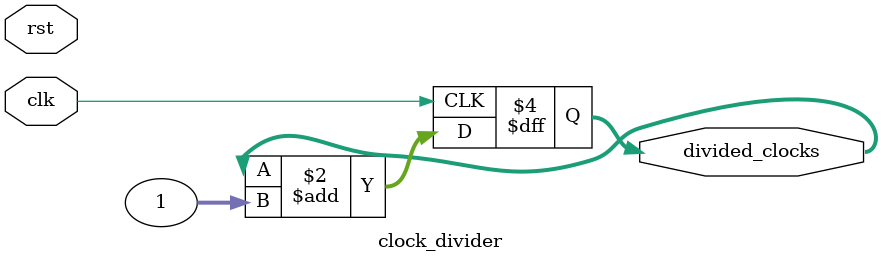
<source format=sv>
/* divided_clocks[0] = 25MHz, [1] = 12.5Mhz, ... 
  [23] = 3Hz, [24] = 1.5Hz, [25] = 0.75Hz, ... */
module clock_divider (clk, rst, divided_clocks);
 input logic clk, rst;
 output logic [31:0] divided_clocks = 0;

 always_ff @(posedge clk) begin
	divided_clocks <= divided_clocks + 1;
 end

endmodule 
</source>
